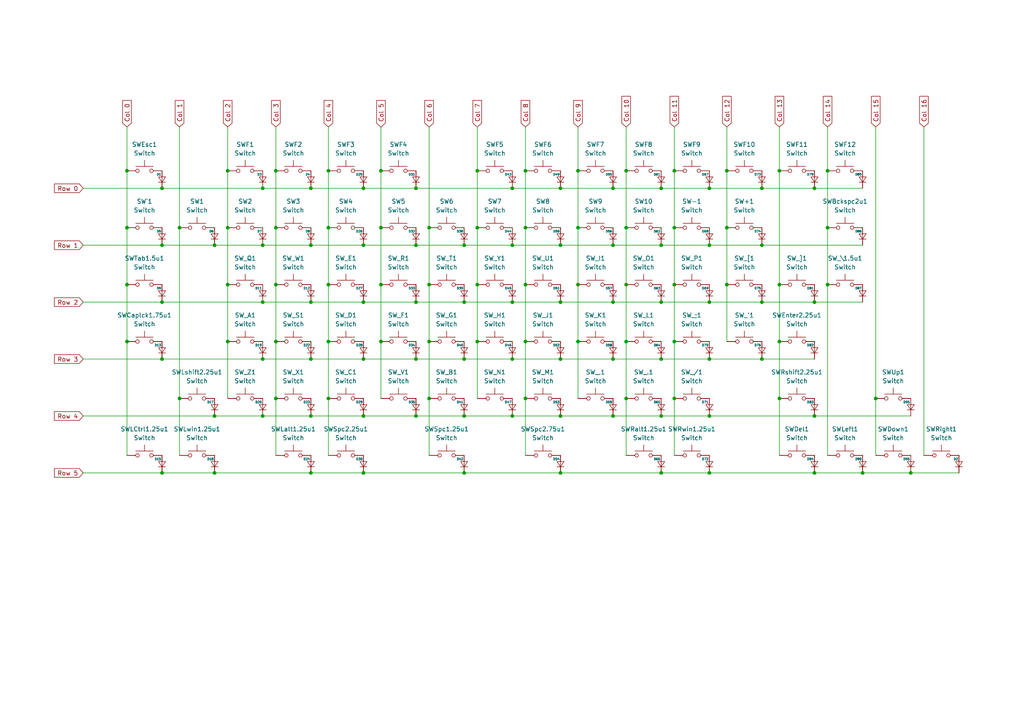
<source format=kicad_sch>
(kicad_sch (version 20250114) (generator "eeschema") (generator_version "9.0")
  (paper "A4")
  (junction (at 191.77 104.14))
  (junction (at 138.43 99.06))
  (junction (at 134.62 104.14))
  (junction (at 181.61 49.53))
  (junction (at 148.59 104.14))
  (junction (at 191.77 87.63))
  (junction (at 120.65 104.14))
  (junction (at 162.56 137.16))
  (junction (at 167.64 82.55))
  (junction (at 124.46 99.06))
  (junction (at 148.59 54.61))
  (junction (at 240.03 82.55))
  (junction (at 152.4 115.57))
  (junction (at 167.64 49.53))
  (junction (at 124.46 115.57))
  (junction (at 134.62 137.16))
  (junction (at 167.64 99.06))
  (junction (at 177.8 71.12))
  (junction (at 66.04 66.04))
  (junction (at 90.17 120.65))
  (junction (at 52.07 66.04))
  (junction (at 95.25 49.53))
  (junction (at 148.59 120.65))
  (junction (at 181.61 99.06))
  (junction (at 162.56 71.12))
  (junction (at 195.58 82.55))
  (junction (at 210.82 49.53))
  (junction (at 210.82 82.55))
  (junction (at 46.99 104.14))
  (junction (at 105.41 104.14))
  (junction (at 62.23 71.12))
  (junction (at 36.83 82.55))
  (junction (at 120.65 87.63))
  (junction (at 220.98 87.63))
  (junction (at 167.64 66.04))
  (junction (at 250.19 137.16))
  (junction (at 162.56 120.65))
  (junction (at 162.56 87.63))
  (junction (at 226.06 99.06))
  (junction (at 134.62 87.63))
  (junction (at 76.2 54.61))
  (junction (at 205.74 87.63))
  (junction (at 240.03 66.04))
  (junction (at 236.22 120.65))
  (junction (at 105.41 120.65))
  (junction (at 52.07 115.57))
  (junction (at 264.16 137.16))
  (junction (at 191.77 120.65))
  (junction (at 177.8 104.14))
  (junction (at 46.99 87.63))
  (junction (at 240.03 49.53))
  (junction (at 36.83 49.53))
  (junction (at 95.25 82.55))
  (junction (at 36.83 66.04))
  (junction (at 110.49 82.55))
  (junction (at 220.98 71.12))
  (junction (at 195.58 49.53))
  (junction (at 162.56 104.14))
  (junction (at 210.82 66.04))
  (junction (at 105.41 54.61))
  (junction (at 226.06 49.53))
  (junction (at 134.62 71.12))
  (junction (at 36.83 99.06))
  (junction (at 90.17 71.12))
  (junction (at 80.01 82.55))
  (junction (at 191.77 71.12))
  (junction (at 205.74 120.65))
  (junction (at 76.2 71.12))
  (junction (at 76.2 120.65))
  (junction (at 95.25 99.06))
  (junction (at 152.4 66.04))
  (junction (at 120.65 54.61))
  (junction (at 76.2 104.14))
  (junction (at 105.41 137.16))
  (junction (at 236.22 137.16))
  (junction (at 80.01 99.06))
  (junction (at 205.74 104.14))
  (junction (at 226.06 115.57))
  (junction (at 205.74 137.16))
  (junction (at 195.58 115.57))
  (junction (at 120.65 71.12))
  (junction (at 226.06 82.55))
  (junction (at 46.99 137.16))
  (junction (at 105.41 87.63))
  (junction (at 110.49 66.04))
  (junction (at 177.8 87.63))
  (junction (at 191.77 137.16))
  (junction (at 236.22 54.61))
  (junction (at 66.04 99.06))
  (junction (at 138.43 49.53))
  (junction (at 138.43 82.55))
  (junction (at 80.01 49.53))
  (junction (at 191.77 54.61))
  (junction (at 90.17 104.14))
  (junction (at 95.25 115.57))
  (junction (at 181.61 66.04))
  (junction (at 95.25 66.04))
  (junction (at 66.04 82.55))
  (junction (at 120.65 120.65))
  (junction (at 195.58 66.04))
  (junction (at 177.8 54.61))
  (junction (at 205.74 71.12))
  (junction (at 177.8 120.65))
  (junction (at 148.59 71.12))
  (junction (at 105.41 71.12))
  (junction (at 62.23 120.65))
  (junction (at 110.49 49.53))
  (junction (at 220.98 54.61))
  (junction (at 236.22 87.63))
  (junction (at 80.01 115.57))
  (junction (at 152.4 49.53))
  (junction (at 254 115.57))
  (junction (at 124.46 82.55))
  (junction (at 90.17 54.61))
  (junction (at 76.2 87.63))
  (junction (at 124.46 66.04))
  (junction (at 152.4 99.06))
  (junction (at 205.74 54.61))
  (junction (at 66.04 49.53))
  (junction (at 134.62 120.65))
  (junction (at 90.17 87.63))
  (junction (at 46.99 71.12))
  (junction (at 181.61 115.57))
  (junction (at 195.58 99.06))
  (junction (at 80.01 66.04))
  (junction (at 62.23 137.16))
  (junction (at 46.99 54.61))
  (junction (at 138.43 66.04))
  (junction (at 90.17 137.16))
  (junction (at 110.49 99.06))
  (junction (at 152.4 82.55))
  (junction (at 162.56 54.61))
  (junction (at 181.61 82.55))
  (junction (at 220.98 104.14))
  (junction (at 148.59 87.63))
  (wire (pts (xy 236.22 54.61) (xy 250.19 54.61)))
  (wire (pts (xy 90.17 71.12) (xy 105.41 71.12)))
  (wire (pts (xy 191.77 104.14) (xy 205.74 104.14)))
  (wire (pts (xy 134.62 104.14) (xy 148.59 104.14)))
  (wire (pts (xy 76.2 54.61) (xy 90.17 54.61)))
  (wire (pts (xy 177.8 54.61) (xy 191.77 54.61)))
  (wire (pts (xy 95.25 82.55) (xy 95.25 99.06)))
  (wire (pts (xy 162.56 54.61) (xy 177.8 54.61)))
  (wire (pts (xy 24.13 71.12) (xy 46.99 71.12)))
  (wire (pts (xy 148.59 104.14) (xy 162.56 104.14)))
  (wire (pts (xy 177.8 71.12) (xy 191.77 71.12)))
  (wire (pts (xy 110.49 82.55) (xy 110.49 99.06)))
  (wire (pts (xy 120.65 71.12) (xy 134.62 71.12)))
  (wire (pts (xy 236.22 87.63) (xy 250.19 87.63)))
  (wire (pts (xy 195.58 36.83) (xy 195.58 49.53)))
  (wire (pts (xy 220.98 87.63) (xy 236.22 87.63)))
  (wire (pts (xy 24.13 104.14) (xy 46.99 104.14)))
  (wire (pts (xy 80.01 36.83) (xy 80.01 49.53)))
  (wire (pts (xy 220.98 104.14) (xy 236.22 104.14)))
  (wire (pts (xy 226.06 82.55) (xy 226.06 99.06)))
  (wire (pts (xy 152.4 82.55) (xy 152.4 99.06)))
  (wire (pts (xy 181.61 99.06) (xy 181.61 115.57)))
  (wire (pts (xy 254 115.57) (xy 254 132.08)))
  (wire (pts (xy 167.64 36.83) (xy 167.64 49.53)))
  (wire (pts (xy 177.8 120.65) (xy 162.56 120.65)))
  (wire (pts (xy 105.41 54.61) (xy 120.65 54.61)))
  (wire (pts (xy 95.25 49.53) (xy 95.25 66.04)))
  (wire (pts (xy 95.25 115.57) (xy 95.25 132.08)))
  (wire (pts (xy 76.2 104.14) (xy 90.17 104.14)))
  (wire (pts (xy 62.23 120.65) (xy 24.13 120.65)))
  (wire (pts (xy 95.25 99.06) (xy 95.25 115.57)))
  (wire (pts (xy 80.01 99.06) (xy 80.01 115.57)))
  (wire (pts (xy 95.25 36.83) (xy 95.25 49.53)))
  (wire (pts (xy 195.58 82.55) (xy 195.58 99.06)))
  (wire (pts (xy 134.62 120.65) (xy 120.65 120.65)))
  (wire (pts (xy 278.13 137.16) (xy 264.16 137.16)))
  (wire (pts (xy 205.74 54.61) (xy 220.98 54.61)))
  (wire (pts (xy 105.41 120.65) (xy 90.17 120.65)))
  (wire (pts (xy 195.58 115.57) (xy 195.58 132.08)))
  (wire (pts (xy 66.04 99.06) (xy 66.04 115.57)))
  (wire (pts (xy 76.2 71.12) (xy 90.17 71.12)))
  (wire (pts (xy 134.62 71.12) (xy 148.59 71.12)))
  (wire (pts (xy 124.46 82.55) (xy 124.46 99.06)))
  (wire (pts (xy 210.82 82.55) (xy 210.82 99.06)))
  (wire (pts (xy 205.74 71.12) (xy 220.98 71.12)))
  (wire (pts (xy 152.4 99.06) (xy 152.4 115.57)))
  (wire (pts (xy 52.07 115.57) (xy 52.07 132.08)))
  (wire (pts (xy 167.64 99.06) (xy 167.64 115.57)))
  (wire (pts (xy 210.82 36.83) (xy 210.82 49.53)))
  (wire (pts (xy 105.41 137.16) (xy 90.17 137.16)))
  (wire (pts (xy 46.99 71.12) (xy 62.23 71.12)))
  (wire (pts (xy 205.74 104.14) (xy 220.98 104.14)))
  (wire (pts (xy 254 36.83) (xy 254 115.57)))
  (wire (pts (xy 191.77 87.63) (xy 205.74 87.63)))
  (wire (pts (xy 152.4 66.04) (xy 152.4 82.55)))
  (wire (pts (xy 52.07 66.04) (xy 52.07 115.57)))
  (wire (pts (xy 66.04 36.83) (xy 66.04 49.53)))
  (wire (pts (xy 138.43 99.06) (xy 138.43 115.57)))
  (wire (pts (xy 152.4 49.53) (xy 152.4 66.04)))
  (wire (pts (xy 80.01 49.53) (xy 80.01 66.04)))
  (wire (pts (xy 220.98 71.12) (xy 250.19 71.12)))
  (wire (pts (xy 110.49 66.04) (xy 110.49 82.55)))
  (wire (pts (xy 52.07 36.83) (xy 52.07 66.04)))
  (wire (pts (xy 240.03 49.53) (xy 240.03 66.04)))
  (wire (pts (xy 120.65 87.63) (xy 134.62 87.63)))
  (wire (pts (xy 226.06 115.57) (xy 226.06 132.08)))
  (wire (pts (xy 110.49 49.53) (xy 110.49 66.04)))
  (wire (pts (xy 191.77 120.65) (xy 177.8 120.65)))
  (wire (pts (xy 138.43 66.04) (xy 138.43 82.55)))
  (wire (pts (xy 124.46 36.83) (xy 124.46 66.04)))
  (wire (pts (xy 66.04 82.55) (xy 66.04 99.06)))
  (wire (pts (xy 210.82 49.53) (xy 210.82 66.04)))
  (wire (pts (xy 191.77 137.16) (xy 162.56 137.16)))
  (wire (pts (xy 36.83 36.83) (xy 36.83 49.53)))
  (wire (pts (xy 195.58 49.53) (xy 195.58 66.04)))
  (wire (pts (xy 162.56 87.63) (xy 177.8 87.63)))
  (wire (pts (xy 181.61 115.57) (xy 181.61 132.08)))
  (wire (pts (xy 148.59 54.61) (xy 162.56 54.61)))
  (wire (pts (xy 62.23 71.12) (xy 76.2 71.12)))
  (wire (pts (xy 205.74 87.63) (xy 220.98 87.63)))
  (wire (pts (xy 90.17 137.16) (xy 62.23 137.16)))
  (wire (pts (xy 46.99 137.16) (xy 24.13 137.16)))
  (wire (pts (xy 220.98 54.61) (xy 236.22 54.61)))
  (wire (pts (xy 226.06 49.53) (xy 226.06 82.55)))
  (wire (pts (xy 236.22 120.65) (xy 205.74 120.65)))
  (wire (pts (xy 191.77 71.12) (xy 205.74 71.12)))
  (wire (pts (xy 46.99 54.61) (xy 76.2 54.61)))
  (wire (pts (xy 124.46 99.06) (xy 124.46 115.57)))
  (wire (pts (xy 138.43 49.53) (xy 138.43 66.04)))
  (wire (pts (xy 46.99 87.63) (xy 76.2 87.63)))
  (wire (pts (xy 162.56 104.14) (xy 177.8 104.14)))
  (wire (pts (xy 167.64 66.04) (xy 167.64 82.55)))
  (wire (pts (xy 195.58 99.06) (xy 195.58 115.57)))
  (wire (pts (xy 124.46 66.04) (xy 124.46 82.55)))
  (wire (pts (xy 181.61 49.53) (xy 181.61 66.04)))
  (wire (pts (xy 138.43 82.55) (xy 138.43 99.06)))
  (wire (pts (xy 181.61 82.55) (xy 181.61 99.06)))
  (wire (pts (xy 152.4 115.57) (xy 152.4 132.08)))
  (wire (pts (xy 138.43 36.83) (xy 138.43 49.53)))
  (wire (pts (xy 240.03 66.04) (xy 240.03 82.55)))
  (wire (pts (xy 24.13 54.61) (xy 46.99 54.61)))
  (wire (pts (xy 124.46 115.57) (xy 124.46 132.08)))
  (wire (pts (xy 181.61 36.83) (xy 181.61 49.53)))
  (wire (pts (xy 177.8 104.14) (xy 191.77 104.14)))
  (wire (pts (xy 162.56 137.16) (xy 134.62 137.16)))
  (wire (pts (xy 264.16 120.65) (xy 236.22 120.65)))
  (wire (pts (xy 80.01 82.55) (xy 80.01 99.06)))
  (wire (pts (xy 267.97 36.83) (xy 267.97 132.08)))
  (wire (pts (xy 110.49 99.06) (xy 110.49 115.57)))
  (wire (pts (xy 148.59 87.63) (xy 162.56 87.63)))
  (wire (pts (xy 105.41 104.14) (xy 120.65 104.14)))
  (wire (pts (xy 205.74 120.65) (xy 191.77 120.65)))
  (wire (pts (xy 134.62 87.63) (xy 148.59 87.63)))
  (wire (pts (xy 250.19 137.16) (xy 236.22 137.16)))
  (wire (pts (xy 66.04 66.04) (xy 66.04 82.55)))
  (wire (pts (xy 240.03 82.55) (xy 240.03 132.08)))
  (wire (pts (xy 24.13 87.63) (xy 46.99 87.63)))
  (wire (pts (xy 191.77 54.61) (xy 205.74 54.61)))
  (wire (pts (xy 240.03 36.83) (xy 240.03 49.53)))
  (wire (pts (xy 264.16 137.16) (xy 250.19 137.16)))
  (wire (pts (xy 36.83 82.55) (xy 36.83 99.06)))
  (wire (pts (xy 80.01 115.57) (xy 80.01 132.08)))
  (wire (pts (xy 46.99 104.14) (xy 76.2 104.14)))
  (wire (pts (xy 90.17 54.61) (xy 105.41 54.61)))
  (wire (pts (xy 76.2 87.63) (xy 90.17 87.63)))
  (wire (pts (xy 134.62 137.16) (xy 105.41 137.16)))
  (wire (pts (xy 36.83 99.06) (xy 36.83 132.08)))
  (wire (pts (xy 167.64 82.55) (xy 167.64 99.06)))
  (wire (pts (xy 66.04 49.53) (xy 66.04 66.04)))
  (wire (pts (xy 105.41 71.12) (xy 120.65 71.12)))
  (wire (pts (xy 90.17 104.14) (xy 105.41 104.14)))
  (wire (pts (xy 110.49 36.83) (xy 110.49 49.53)))
  (wire (pts (xy 226.06 99.06) (xy 226.06 115.57)))
  (wire (pts (xy 210.82 66.04) (xy 210.82 82.55)))
  (wire (pts (xy 36.83 49.53) (xy 36.83 66.04)))
  (wire (pts (xy 105.41 87.63) (xy 120.65 87.63)))
  (wire (pts (xy 80.01 66.04) (xy 80.01 82.55)))
  (wire (pts (xy 36.83 66.04) (xy 36.83 82.55)))
  (wire (pts (xy 90.17 120.65) (xy 76.2 120.65)))
  (wire (pts (xy 76.2 120.65) (xy 62.23 120.65)))
  (wire (pts (xy 148.59 120.65) (xy 134.62 120.65)))
  (wire (pts (xy 120.65 104.14) (xy 134.62 104.14)))
  (wire (pts (xy 95.25 66.04) (xy 95.25 82.55)))
  (wire (pts (xy 152.4 36.83) (xy 152.4 49.53)))
  (wire (pts (xy 62.23 137.16) (xy 46.99 137.16)))
  (wire (pts (xy 162.56 120.65) (xy 148.59 120.65)))
  (wire (pts (xy 181.61 66.04) (xy 181.61 82.55)))
  (wire (pts (xy 162.56 71.12) (xy 177.8 71.12)))
  (wire (pts (xy 120.65 54.61) (xy 148.59 54.61)))
  (wire (pts (xy 236.22 137.16) (xy 205.74 137.16)))
  (wire (pts (xy 167.64 49.53) (xy 167.64 66.04)))
  (wire (pts (xy 177.8 87.63) (xy 191.77 87.63)))
  (wire (pts (xy 120.65 120.65) (xy 105.41 120.65)))
  (wire (pts (xy 90.17 87.63) (xy 105.41 87.63)))
  (wire (pts (xy 148.59 71.12) (xy 162.56 71.12)))
  (wire (pts (xy 195.58 66.04) (xy 195.58 82.55)))
  (wire (pts (xy 226.06 36.83) (xy 226.06 49.53)))
  (wire (pts (xy 205.74 137.16) (xy 191.77 137.16)))
  (global_label "Col 1" (shape input) (at 52.07 36.83 90) (property "Intersheetrefs" "${INTERSHEET_REFS}" (effects (hide yes))))
  (global_label "Col 11" (shape input) (at 195.58 36.83 90) (property "Intersheetrefs" "${INTERSHEET_REFS}" (effects (hide yes))))
  (global_label "Col 12" (shape input) (at 210.82 36.83 90) (property "Intersheetrefs" "${INTERSHEET_REFS}" (effects (hide yes))))
  (global_label "Col 3" (shape input) (at 80.01 36.83 90) (property "Intersheetrefs" "${INTERSHEET_REFS}" (effects (hide yes))))
  (global_label "Row 2" (shape input) (at 24.13 87.63 180) (property "Intersheetrefs" "${INTERSHEET_REFS}" (effects (hide yes))))
  (global_label "Row 4" (shape input) (at 24.13 120.65 180) (property "Intersheetrefs" "${INTERSHEET_REFS}" (effects (hide yes))))
  (global_label "Row 0" (shape input) (at 24.13 54.61 180) (property "Intersheetrefs" "${INTERSHEET_REFS}" (effects (hide yes))))
  (global_label "Col 15" (shape input) (at 254 36.83 90) (property "Intersheetrefs" "${INTERSHEET_REFS}" (effects (hide yes))))
  (global_label "Col 14" (shape input) (at 240.03 36.83 90) (property "Intersheetrefs" "${INTERSHEET_REFS}" (effects (hide yes))))
  (global_label "Col 16" (shape input) (at 267.97 36.83 90) (property "Intersheetrefs" "${INTERSHEET_REFS}" (effects (hide yes))))
  (global_label "Col 5" (shape input) (at 110.49 36.83 90) (property "Intersheetrefs" "${INTERSHEET_REFS}" (effects (hide yes))))
  (global_label "Col 9" (shape input) (at 167.64 36.83 90) (property "Intersheetrefs" "${INTERSHEET_REFS}" (effects (hide yes))))
  (global_label "Row 5" (shape input) (at 24.13 137.16 180) (property "Intersheetrefs" "${INTERSHEET_REFS}" (effects (hide yes))))
  (global_label "Col 13" (shape input) (at 226.06 36.83 90) (property "Intersheetrefs" "${INTERSHEET_REFS}" (effects (hide yes))))
  (global_label "Col 4" (shape input) (at 95.25 36.83 90) (property "Intersheetrefs" "${INTERSHEET_REFS}" (effects (hide yes))))
  (global_label "Col 7" (shape input) (at 138.43 36.83 90) (property "Intersheetrefs" "${INTERSHEET_REFS}" (effects (hide yes))))
  (global_label "Col 0" (shape input) (at 36.83 36.83 90) (property "Intersheetrefs" "${INTERSHEET_REFS}" (effects (hide yes))))
  (global_label "Col 8" (shape input) (at 152.4 36.83 90) (property "Intersheetrefs" "${INTERSHEET_REFS}" (effects (hide yes))))
  (global_label "Col 6" (shape input) (at 124.46 36.83 90) (property "Intersheetrefs" "${INTERSHEET_REFS}" (effects (hide yes))))
  (global_label "Col 2" (shape input) (at 66.04 36.83 90) (property "Intersheetrefs" "${INTERSHEET_REFS}" (effects (hide yes))))
  (global_label "Row 3" (shape input) (at 24.13 104.14 180) (property "Intersheetrefs" "${INTERSHEET_REFS}" (effects (hide yes))))
  (global_label "Col 10" (shape input) (at 181.61 36.83 90) (property "Intersheetrefs" "${INTERSHEET_REFS}" (effects (hide yes))))
  (global_label "Row 1" (shape input) (at 24.13 71.12 180) (property "Intersheetrefs" "${INTERSHEET_REFS}" (effects (hide yes))))
  (symbol (lib_id "ScottoKeebs:Placeholder_Diode") (at 90.17 85.09 0) (unit 1)
    (property "Reference" "D12" (at 90.02 84.024 0) (effects (font (size 0.635 0.635) (thickness 0.127) (bold yes)) (justify right bottom)))
    (property "Footprint" "Diode_THT:D_DO-35_SOD27_P7.62mm_Horizontal" (effects (hide yes)))
  )
  (symbol (lib_id "ScottoKeebs:Placeholder_Switch") (at 71.12 99.06 0) (unit 1)
    (property "Reference" "SW_A1" (at 71.12 91.44 0))
    (property "Value" "Switch" (at 71.12 93.98 0))
    (property "Footprint" "marbastlib-mx:SW_MX_1u" (effects (hide yes)))
    (property "Description" "Push button switch, generic, two pins" (effects (hide yes)))
  )
  (symbol (lib_id "ScottoKeebs:Placeholder_Diode") (at 177.8 101.6 0) (unit 1)
    (property "Reference" "D58" (at 177.65 100.534 0) (effects (font (size 0.635 0.635) (thickness 0.127) (bold yes)) (justify right bottom)))
    (property "Footprint" "Diode_THT:D_DO-35_SOD27_P7.62mm_Horizontal" (effects (hide yes)))
  )
  (symbol (lib_id "ScottoKeebs:Placeholder_Diode") (at 205.74 101.6 0) (unit 1)
    (property "Reference" "D70" (at 205.59 100.534 0) (effects (font (size 0.635 0.635) (thickness 0.127) (bold yes)) (justify right bottom)))
    (property "Footprint" "Diode_THT:D_DO-35_SOD27_P7.62mm_Horizontal" (effects (hide yes)))
  )
  (symbol (lib_id "ScottoKeebs:Placeholder_Switch") (at 115.57 82.55 0) (unit 1)
    (property "Reference" "SW_R1" (at 115.57 74.93 0))
    (property "Value" "Switch" (at 115.57 77.47 0))
    (property "Footprint" "marbastlib-mx:SW_MX_1u" (effects (hide yes)))
    (property "Description" "Push button switch, generic, two pins" (effects (hide yes)))
  )
  (symbol (lib_id "ScottoKeebs:Placeholder_Diode") (at 76.2 85.09 0) (unit 1)
    (property "Reference" "D11" (at 76.05 84.024 0) (effects (font (size 0.635 0.635) (thickness 0.127) (bold yes)) (justify right bottom)))
    (property "Footprint" "Diode_THT:D_DO-35_SOD27_P7.62mm_Horizontal" (effects (hide yes)))
  )
  (symbol (lib_id "ScottoKeebs:Placeholder_Diode") (at 90.17 52.07 0) (unit 1)
    (property "Reference" "D4" (at 90.02 51.004 0) (effects (font (size 0.635 0.635) (thickness 0.127) (bold yes)) (justify right bottom)))
    (property "Footprint" "Diode_THT:D_DO-35_SOD27_P7.62mm_Horizontal" (effects (hide yes)))
  )
  (symbol (lib_id "ScottoKeebs:Placeholder_Switch") (at 231.14 49.53 0) (unit 1)
    (property "Reference" "SWF11" (at 231.14 41.91 0))
    (property "Value" "Switch" (at 231.14 44.45 0))
    (property "Footprint" "marbastlib-mx:SW_MX_1u" (effects (hide yes)))
    (property "Description" "Push button switch, generic, two pins" (effects (hide yes)))
  )
  (symbol (lib_id "ScottoKeebs:Placeholder_Switch") (at 41.91 99.06 0) (unit 1)
    (property "Reference" "SWCaplck1.75u1" (at 41.91 91.44 0))
    (property "Value" "Switch" (at 41.91 93.98 0))
    (property "Footprint" "marbastlib-mx:SW_MX_1.75u" (effects (hide yes)))
    (property "Description" "Push button switch, generic, two pins" (effects (hide yes)))
  )
  (symbol (lib_id "ScottoKeebs:Placeholder_Switch") (at 259.08 115.57 0) (unit 1)
    (property "Reference" "SWUp1" (at 259.08 107.95 0))
    (property "Value" "Switch" (at 259.08 110.49 0))
    (property "Footprint" "marbastlib-mx:SW_MX_1u" (effects (hide yes)))
    (property "Description" "Push button switch, generic, two pins" (effects (hide yes)))
  )
  (symbol (lib_id "ScottoKeebs:Placeholder_Diode") (at 76.2 101.6 0) (unit 1)
    (property "Reference" "D19" (at 76.05 100.534 0) (effects (font (size 0.635 0.635) (thickness 0.127) (bold yes)) (justify right bottom)))
    (property "Footprint" "Diode_THT:D_DO-35_SOD27_P7.62mm_Horizontal" (effects (hide yes)))
  )
  (symbol (lib_id "ScottoKeebs:Placeholder_Diode") (at 162.56 52.07 0) (unit 1)
    (property "Reference" "D49" (at 162.41 51.004 0) (effects (font (size 0.635 0.635) (thickness 0.127) (bold yes)) (justify right bottom)))
    (property "Footprint" "Diode_THT:D_DO-35_SOD27_P7.62mm_Horizontal" (effects (hide yes)))
  )
  (symbol (lib_id "ScottoKeebs:Placeholder_Switch") (at 85.09 49.53 0) (unit 1)
    (property "Reference" "SWF2" (at 85.09 41.91 0))
    (property "Value" "Switch" (at 85.09 44.45 0))
    (property "Footprint" "marbastlib-mx:SW_MX_1u" (effects (hide yes)))
    (property "Description" "Push button switch, generic, two pins" (effects (hide yes)))
  )
  (symbol (lib_id "ScottoKeebs:Placeholder_Diode") (at 46.99 68.58 0) (unit 1)
    (property "Reference" "D5" (at 46.84 67.514 0) (effects (font (size 0.635 0.635) (thickness 0.127) (bold yes)) (justify right bottom)))
    (property "Footprint" "Diode_THT:D_DO-35_SOD27_P7.62mm_Horizontal" (effects (hide yes)))
  )
  (symbol (lib_id "ScottoKeebs:Placeholder_Switch") (at 231.14 99.06 0) (unit 1)
    (property "Reference" "SWEnter2.25u1" (at 231.14 91.44 0))
    (property "Value" "Switch" (at 231.14 93.98 0))
    (property "Footprint" "marbastlib-mx:SW_MX_1u" (effects (hide yes)))
    (property "Description" "Push button switch, generic, two pins" (effects (hide yes)))
  )
  (symbol (lib_id "ScottoKeebs:Placeholder_Diode") (at 236.22 134.62 0) (unit 1)
    (property "Reference" "D84" (at 236.07 133.554 0) (effects (font (size 0.635 0.635) (thickness 0.127) (bold yes)) (justify right bottom)))
    (property "Footprint" "Diode_THT:D_DO-35_SOD27_P7.62mm_Horizontal" (effects (hide yes)))
  )
  (symbol (lib_id "ScottoKeebs:Placeholder_Switch") (at 143.51 99.06 0) (unit 1)
    (property "Reference" "SW_H1" (at 143.51 91.44 0))
    (property "Value" "Switch" (at 143.51 93.98 0))
    (property "Footprint" "marbastlib-mx:SW_MX_1u" (effects (hide yes)))
    (property "Description" "Push button switch, generic, two pins" (effects (hide yes)))
  )
  (symbol (lib_id "ScottoKeebs:Placeholder_Switch") (at 129.54 99.06 0) (unit 1)
    (property "Reference" "SW_G1" (at 129.54 91.44 0))
    (property "Value" "Switch" (at 129.54 93.98 0))
    (property "Footprint" "marbastlib-mx:SW_MX_1u" (effects (hide yes)))
    (property "Description" "Push button switch, generic, two pins" (effects (hide yes)))
  )
  (symbol (lib_id "ScottoKeebs:Placeholder_Switch") (at 57.15 132.08 0) (unit 1)
    (property "Reference" "SWLwin1.25u1" (at 57.15 124.46 0))
    (property "Value" "Switch" (at 57.15 127 0))
    (property "Footprint" "marbastlib-mx:SW_MX_1.25u" (effects (hide yes)))
    (property "Description" "Push button switch, generic, two pins" (effects (hide yes)))
  )
  (symbol (lib_id "ScottoKeebs:Placeholder_Switch") (at 200.66 115.57 0) (unit 1)
    (property "Reference" "SW_/1" (at 200.66 107.95 0))
    (property "Value" "Switch" (at 200.66 110.49 0))
    (property "Footprint" "marbastlib-mx:SW_MX_1u" (effects (hide yes)))
    (property "Description" "Push button switch, generic, two pins" (effects (hide yes)))
  )
  (symbol (lib_id "ScottoKeebs:Placeholder_Diode") (at 148.59 101.6 0) (unit 1)
    (property "Reference" "D46" (at 148.44 100.534 0) (effects (font (size 0.635 0.635) (thickness 0.127) (bold yes)) (justify right bottom)))
    (property "Footprint" "Diode_THT:D_DO-35_SOD27_P7.62mm_Horizontal" (effects (hide yes)))
  )
  (symbol (lib_id "ScottoKeebs:Placeholder_Diode") (at 148.59 118.11 0) (unit 1)
    (property "Reference" "D47" (at 148.44 117.044 0) (effects (font (size 0.635 0.635) (thickness 0.127) (bold yes)) (justify right bottom)))
    (property "Footprint" "Diode_THT:D_DO-35_SOD27_P7.62mm_Horizontal" (effects (hide yes)))
  )
  (symbol (lib_id "ScottoKeebs:Placeholder_Switch") (at 200.66 49.53 0) (unit 1)
    (property "Reference" "SWF9" (at 200.66 41.91 0))
    (property "Value" "Switch" (at 200.66 44.45 0))
    (property "Footprint" "marbastlib-mx:SW_MX_1u" (effects (hide yes)))
    (property "Description" "Push button switch, generic, two pins" (effects (hide yes)))
  )
  (symbol (lib_id "ScottoKeebs:Placeholder_Switch") (at 100.33 49.53 0) (unit 1)
    (property "Reference" "SWF3" (at 100.33 41.91 0))
    (property "Value" "Switch" (at 100.33 44.45 0))
    (property "Footprint" "marbastlib-mx:SW_MX_1u" (effects (hide yes)))
    (property "Description" "Push button switch, generic, two pins" (effects (hide yes)))
  )
  (symbol (lib_id "ScottoKeebs:Placeholder_Diode") (at 62.23 118.11 0) (unit 1)
    (property "Reference" "D17" (at 62.08 117.044 0) (effects (font (size 0.635 0.635) (thickness 0.127) (bold yes)) (justify right bottom)))
    (property "Footprint" "Diode_THT:D_DO-35_SOD27_P7.62mm_Horizontal" (effects (hide yes)))
  )
  (symbol (lib_id "ScottoKeebs:Placeholder_Diode") (at 250.19 68.58 0) (unit 1)
    (property "Reference" "D86" (at 250.04 67.514 0) (effects (font (size 0.635 0.635) (thickness 0.127) (bold yes)) (justify right bottom)))
    (property "Footprint" "Diode_THT:D_DO-35_SOD27_P7.62mm_Horizontal" (effects (hide yes)))
  )
  (symbol (lib_id "ScottoKeebs:Placeholder_Diode") (at 236.22 101.6 0) (unit 1)
    (property "Reference" "D82" (at 236.07 100.534 0) (effects (font (size 0.635 0.635) (thickness 0.127) (bold yes)) (justify right bottom)))
    (property "Footprint" "Diode_THT:D_DO-35_SOD27_P7.62mm_Horizontal" (effects (hide yes)))
  )
  (symbol (lib_id "ScottoKeebs:Placeholder_Switch") (at 172.72 82.55 0) (unit 1)
    (property "Reference" "SW_I1" (at 172.72 74.93 0))
    (property "Value" "Switch" (at 172.72 77.47 0))
    (property "Footprint" "marbastlib-mx:SW_MX_1u" (effects (hide yes)))
    (property "Description" "Push button switch, generic, two pins" (effects (hide yes)))
  )
  (symbol (lib_id "ScottoKeebs:Placeholder_Switch") (at 186.69 66.04 0) (unit 1)
    (property "Reference" "SW10" (at 186.69 58.42 0))
    (property "Value" "Switch" (at 186.69 60.96 0))
    (property "Footprint" "marbastlib-mx:SW_MX_1u" (effects (hide yes)))
    (property "Description" "Push button switch, generic, two pins" (effects (hide yes)))
  )
  (symbol (lib_id "ScottoKeebs:Placeholder_Diode") (at 148.59 85.09 0) (unit 1)
    (property "Reference" "D45" (at 148.44 84.024 0) (effects (font (size 0.635 0.635) (thickness 0.127) (bold yes)) (justify right bottom)))
    (property "Footprint" "Diode_THT:D_DO-35_SOD27_P7.62mm_Horizontal" (effects (hide yes)))
  )
  (symbol (lib_id "ScottoKeebs:Placeholder_Switch") (at 41.91 49.53 0) (unit 1)
    (property "Reference" "SWEsc1" (at 41.91 41.91 0))
    (property "Value" "Switch" (at 41.91 44.45 0))
    (property "Footprint" "marbastlib-mx:SW_MX_1u" (effects (hide yes)))
    (property "Description" "Push button switch, generic, two pins" (effects (hide yes)))
  )
  (symbol (lib_id "ScottoKeebs:Placeholder_Diode") (at 205.74 68.58 0) (unit 1)
    (property "Reference" "D68" (at 205.59 67.514 0) (effects (font (size 0.635 0.635) (thickness 0.127) (bold yes)) (justify right bottom)))
    (property "Footprint" "Diode_THT:D_DO-35_SOD27_P7.62mm_Horizontal" (effects (hide yes)))
  )
  (symbol (lib_id "ScottoKeebs:Placeholder_Diode") (at 120.65 52.07 0) (unit 1)
    (property "Reference" "D31" (at 120.5 51.004 0) (effects (font (size 0.635 0.635) (thickness 0.127) (bold yes)) (justify right bottom)))
    (property "Footprint" "Diode_THT:D_DO-35_SOD27_P7.62mm_Horizontal" (effects (hide yes)))
  )
  (symbol (lib_id "ScottoKeebs:Placeholder_Diode") (at 134.62 134.62 0) (unit 1)
    (property "Reference" "D42" (at 134.47 133.554 0) (effects (font (size 0.635 0.635) (thickness 0.127) (bold yes)) (justify right bottom)))
    (property "Footprint" "Diode_THT:D_DO-35_SOD27_P7.62mm_Horizontal" (effects (hide yes)))
  )
  (symbol (lib_id "ScottoKeebs:Placeholder_Switch") (at 186.69 132.08 0) (unit 1)
    (property "Reference" "SWRalt1.25u1" (at 186.69 124.46 0))
    (property "Value" "Switch" (at 186.69 127 0))
    (property "Footprint" "marbastlib-mx:SW_MX_1.25u" (effects (hide yes)))
    (property "Description" "Push button switch, generic, two pins" (effects (hide yes)))
  )
  (symbol (lib_id "ScottoKeebs:Placeholder_Diode") (at 162.56 118.11 0) (unit 1)
    (property "Reference" "D53" (at 162.41 117.044 0) (effects (font (size 0.635 0.635) (thickness 0.127) (bold yes)) (justify right bottom)))
    (property "Footprint" "Diode_THT:D_DO-35_SOD27_P7.62mm_Horizontal" (effects (hide yes)))
  )
  (symbol (lib_id "ScottoKeebs:Placeholder_Diode") (at 191.77 118.11 0) (unit 1)
    (property "Reference" "D65" (at 191.62 117.044 0) (effects (font (size 0.635 0.635) (thickness 0.127) (bold yes)) (justify right bottom)))
    (property "Footprint" "Diode_THT:D_DO-35_SOD27_P7.62mm_Horizontal" (effects (hide yes)))
  )
  (symbol (lib_id "ScottoKeebs:Placeholder_Diode") (at 90.17 101.6 0) (unit 1)
    (property "Reference" "D22" (at 90.02 100.534 0) (effects (font (size 0.635 0.635) (thickness 0.127) (bold yes)) (justify right bottom)))
    (property "Footprint" "Diode_THT:D_DO-35_SOD27_P7.62mm_Horizontal" (effects (hide yes)))
  )
  (symbol (lib_id "ScottoKeebs:Placeholder_Diode") (at 264.16 118.11 0) (unit 1)
    (property "Reference" "D95" (at 264.01 117.044 0) (effects (font (size 0.635 0.635) (thickness 0.127) (bold yes)) (justify right bottom)))
    (property "Footprint" "Diode_THT:D_DO-35_SOD27_P7.62mm_Horizontal" (effects (hide yes)))
  )
  (symbol (lib_id "ScottoKeebs:Placeholder_Switch") (at 115.57 99.06 0) (unit 1)
    (property "Reference" "SW_F1" (at 115.57 91.44 0))
    (property "Value" "Switch" (at 115.57 93.98 0))
    (property "Footprint" "marbastlib-mx:SW_MX_1u" (effects (hide yes)))
    (property "Description" "Push button switch, generic, two pins" (effects (hide yes)))
  )
  (symbol (lib_id "ScottoKeebs:Placeholder_Diode") (at 220.98 101.6 0) (unit 1)
    (property "Reference" "D76" (at 220.83 100.534 0) (effects (font (size 0.635 0.635) (thickness 0.127) (bold yes)) (justify right bottom)))
    (property "Footprint" "Diode_THT:D_DO-35_SOD27_P7.62mm_Horizontal" (effects (hide yes)))
  )
  (symbol (lib_id "ScottoKeebs:Placeholder_Diode") (at 46.99 52.07 0) (unit 1)
    (property "Reference" "D1" (at 46.84 51.004 0) (effects (font (size 0.635 0.635) (thickness 0.127) (bold yes)) (justify right bottom)))
    (property "Footprint" "Diode_THT:D_DO-35_SOD27_P7.62mm_Horizontal" (effects (hide yes)))
  )
  (symbol (lib_id "ScottoKeebs:Placeholder_Switch") (at 143.51 66.04 0) (unit 1)
    (property "Reference" "SW7" (at 143.51 58.42 0))
    (property "Value" "Switch" (at 143.51 60.96 0))
    (property "Footprint" "marbastlib-mx:SW_MX_1u" (effects (hide yes)))
    (property "Description" "Push button switch, generic, two pins" (effects (hide yes)))
  )
  (symbol (lib_id "ScottoKeebs:Placeholder_Switch") (at 157.48 99.06 0) (unit 1)
    (property "Reference" "SW_J1" (at 157.48 91.44 0))
    (property "Value" "Switch" (at 157.48 93.98 0))
    (property "Footprint" "marbastlib-mx:SW_MX_1u" (effects (hide yes)))
    (property "Description" "Push button switch, generic, two pins" (effects (hide yes)))
  )
  (symbol (lib_id "ScottoKeebs:Placeholder_Diode") (at 177.8 85.09 0) (unit 1)
    (property "Reference" "D57" (at 177.65 84.024 0) (effects (font (size 0.635 0.635) (thickness 0.127) (bold yes)) (justify right bottom)))
    (property "Footprint" "Diode_THT:D_DO-35_SOD27_P7.62mm_Horizontal" (effects (hide yes)))
  )
  (symbol (lib_id "ScottoKeebs:Placeholder_Switch") (at 157.48 49.53 0) (unit 1)
    (property "Reference" "SWF6" (at 157.48 41.91 0))
    (property "Value" "Switch" (at 157.48 44.45 0))
    (property "Footprint" "marbastlib-mx:SW_MX_1u" (effects (hide yes)))
    (property "Description" "Push button switch, generic, two pins" (effects (hide yes)))
  )
  (symbol (lib_id "ScottoKeebs:Placeholder_Diode") (at 162.56 101.6 0) (unit 1)
    (property "Reference" "D52" (at 162.41 100.534 0) (effects (font (size 0.635 0.635) (thickness 0.127) (bold yes)) (justify right bottom)))
    (property "Footprint" "Diode_THT:D_DO-35_SOD27_P7.62mm_Horizontal" (effects (hide yes)))
  )
  (symbol (lib_id "ScottoKeebs:Placeholder_Diode") (at 205.74 134.62 0) (unit 1)
    (property "Reference" "D72" (at 205.59 133.554 0) (effects (font (size 0.635 0.635) (thickness 0.127) (bold yes)) (justify right bottom)))
    (property "Footprint" "Diode_THT:D_DO-35_SOD27_P7.62mm_Horizontal" (effects (hide yes)))
  )
  (symbol (lib_id "ScottoKeebs:Placeholder_Switch") (at 85.09 115.57 0) (unit 1)
    (property "Reference" "SW_X1" (at 85.09 107.95 0))
    (property "Value" "Switch" (at 85.09 110.49 0))
    (property "Footprint" "marbastlib-mx:SW_MX_1u" (effects (hide yes)))
    (property "Description" "Push button switch, generic, two pins" (effects (hide yes)))
  )
  (symbol (lib_id "ScottoKeebs:Placeholder_Diode") (at 120.65 85.09 0) (unit 1)
    (property "Reference" "D33" (at 120.5 84.024 0) (effects (font (size 0.635 0.635) (thickness 0.127) (bold yes)) (justify right bottom)))
    (property "Footprint" "Diode_THT:D_DO-35_SOD27_P7.62mm_Horizontal" (effects (hide yes)))
  )
  (symbol (lib_id "ScottoKeebs:Placeholder_Switch") (at 231.14 115.57 0) (unit 1)
    (property "Reference" "SWRshift2.25u1" (at 231.14 107.95 0))
    (property "Value" "Switch" (at 231.14 110.49 0))
    (property "Footprint" "marbastlib-mx:SW_MX_1u" (effects (hide yes)))
    (property "Description" "Push button switch, generic, two pins" (effects (hide yes)))
  )
  (symbol (lib_id "ScottoKeebs:Placeholder_Switch") (at 200.66 66.04 0) (unit 1)
    (property "Reference" "SW-1" (at 200.66 58.42 0))
    (property "Value" "Switch" (at 200.66 60.96 0))
    (property "Footprint" "marbastlib-mx:SW_MX_1u" (effects (hide yes)))
    (property "Description" "Push button switch, generic, two pins" (effects (hide yes)))
  )
  (symbol (lib_id "ScottoKeebs:Placeholder_Switch") (at 157.48 132.08 0) (unit 1)
    (property "Reference" "SWSpc2.75u1" (at 157.48 124.46 0))
    (property "Value" "Switch" (at 157.48 127 0))
    (property "Footprint" "marbastlib-mx:SW_MX_1u" (effects (hide yes)))
    (property "Description" "Push button switch, generic, two pins" (effects (hide yes)))
  )
  (symbol (lib_id "ScottoKeebs:Placeholder_Diode") (at 90.17 68.58 0) (unit 1)
    (property "Reference" "D8" (at 90.02 67.514 0) (effects (font (size 0.635 0.635) (thickness 0.127) (bold yes)) (justify right bottom)))
    (property "Footprint" "Diode_THT:D_DO-35_SOD27_P7.62mm_Horizontal" (effects (hide yes)))
  )
  (symbol (lib_id "ScottoKeebs:Placeholder_Diode") (at 236.22 118.11 0) (unit 1)
    (property "Reference" "D83" (at 236.07 117.044 0) (effects (font (size 0.635 0.635) (thickness 0.127) (bold yes)) (justify right bottom)))
    (property "Footprint" "Diode_THT:D_DO-35_SOD27_P7.62mm_Horizontal" (effects (hide yes)))
  )
  (symbol (lib_id "ScottoKeebs:Placeholder_Switch") (at 245.11 49.53 0) (unit 1)
    (property "Reference" "SWF12" (at 245.11 41.91 0))
    (property "Value" "Switch" (at 245.11 44.45 0))
    (property "Footprint" "marbastlib-mx:SW_MX_1u" (effects (hide yes)))
    (property "Description" "Push button switch, generic, two pins" (effects (hide yes)))
  )
  (symbol (lib_id "ScottoKeebs:Placeholder_Switch") (at 129.54 82.55 0) (unit 1)
    (property "Reference" "SW_T1" (at 129.54 74.93 0))
    (property "Value" "Switch" (at 129.54 77.47 0))
    (property "Footprint" "marbastlib-mx:SW_MX_1u" (effects (hide yes)))
    (property "Description" "Push button switch, generic, two pins" (effects (hide yes)))
  )
  (symbol (lib_id "ScottoKeebs:Placeholder_Switch") (at 100.33 66.04 0) (unit 1)
    (property "Reference" "SW4" (at 100.33 58.42 0))
    (property "Value" "Switch" (at 100.33 60.96 0))
    (property "Footprint" "marbastlib-mx:SW_MX_1u" (effects (hide yes)))
    (property "Description" "Push button switch, generic, two pins" (effects (hide yes)))
  )
  (symbol (lib_id "ScottoKeebs:Placeholder_Diode") (at 220.98 52.07 0) (unit 1)
    (property "Reference" "D73" (at 220.83 51.004 0) (effects (font (size 0.635 0.635) (thickness 0.127) (bold yes)) (justify right bottom)))
    (property "Footprint" "Diode_THT:D_DO-35_SOD27_P7.62mm_Horizontal" (effects (hide yes)))
  )
  (symbol (lib_id "ScottoKeebs:Placeholder_Switch") (at 85.09 82.55 0) (unit 1)
    (property "Reference" "SW_W1" (at 85.09 74.93 0))
    (property "Value" "Switch" (at 85.09 77.47 0))
    (property "Footprint" "marbastlib-mx:SW_MX_1u" (effects (hide yes)))
    (property "Description" "Push button switch, generic, two pins" (effects (hide yes)))
  )
  (symbol (lib_id "ScottoKeebs:Placeholder_Switch") (at 71.12 82.55 0) (unit 1)
    (property "Reference" "SW_Q1" (at 71.12 74.93 0))
    (property "Value" "Switch" (at 71.12 77.47 0))
    (property "Footprint" "marbastlib-mx:SW_MX_1u" (effects (hide yes)))
    (property "Description" "Push button switch, generic, two pins" (effects (hide yes)))
  )
  (symbol (lib_id "ScottoKeebs:Placeholder_Switch") (at 172.72 99.06 0) (unit 1)
    (property "Reference" "SW_K1" (at 172.72 91.44 0))
    (property "Value" "Switch" (at 172.72 93.98 0))
    (property "Footprint" "marbastlib-mx:SW_MX_1u" (effects (hide yes)))
    (property "Description" "Push button switch, generic, two pins" (effects (hide yes)))
  )
  (symbol (lib_id "ScottoKeebs:Placeholder_Switch") (at 85.09 132.08 0) (unit 1)
    (property "Reference" "SWLalt1.25u1" (at 85.09 124.46 0))
    (property "Value" "Switch" (at 85.09 127 0))
    (property "Footprint" "marbastlib-mx:SW_MX_1.25u" (effects (hide yes)))
    (property "Description" "Push button switch, generic, two pins" (effects (hide yes)))
  )
  (symbol (lib_id "ScottoKeebs:Placeholder_Switch") (at 245.11 66.04 0) (unit 1)
    (property "Reference" "SWBckspc2u1" (at 245.11 58.42 0))
    (property "Value" "Switch" (at 245.11 60.96 0))
    (property "Footprint" "marbastlib-mx:SW_MX_1u" (effects (hide yes)))
    (property "Description" "Push button switch, generic, two pins" (effects (hide yes)))
  )
  (symbol (lib_id "ScottoKeebs:Placeholder_Diode") (at 205.74 52.07 0) (unit 1)
    (property "Reference" "D67" (at 205.59 51.004 0) (effects (font (size 0.635 0.635) (thickness 0.127) (bold yes)) (justify right bottom)))
    (property "Footprint" "Diode_THT:D_DO-35_SOD27_P7.62mm_Horizontal" (effects (hide yes)))
  )
  (symbol (lib_id "ScottoKeebs:Placeholder_Diode") (at 191.77 134.62 0) (unit 1)
    (property "Reference" "D66" (at 191.62 133.554 0) (effects (font (size 0.635 0.635) (thickness 0.127) (bold yes)) (justify right bottom)))
    (property "Footprint" "Diode_THT:D_DO-35_SOD27_P7.62mm_Horizontal" (effects (hide yes)))
  )
  (symbol (lib_id "ScottoKeebs:Placeholder_Diode") (at 205.74 118.11 0) (unit 1)
    (property "Reference" "D71" (at 205.59 117.044 0) (effects (font (size 0.635 0.635) (thickness 0.127) (bold yes)) (justify right bottom)))
    (property "Footprint" "Diode_THT:D_DO-35_SOD27_P7.62mm_Horizontal" (effects (hide yes)))
  )
  (symbol (lib_id "ScottoKeebs:Placeholder_Switch") (at 85.09 99.06 0) (unit 1)
    (property "Reference" "SW_S1" (at 85.09 91.44 0))
    (property "Value" "Switch" (at 85.09 93.98 0))
    (property "Footprint" "marbastlib-mx:SW_MX_1u" (effects (hide yes)))
    (property "Description" "Push button switch, generic, two pins" (effects (hide yes)))
  )
  (symbol (lib_id "ScottoKeebs:Placeholder_Switch") (at 100.33 132.08 0) (unit 1)
    (property "Reference" "SWSpc2.25u1" (at 100.33 124.46 0))
    (property "Value" "Switch" (at 100.33 127 0))
    (property "Footprint" "marbastlib-mx:SW_MX_1u" (effects (hide yes)))
    (property "Description" "Push button switch, generic, two pins" (effects (hide yes)))
  )
  (symbol (lib_id "ScottoKeebs:Placeholder_Diode") (at 105.41 85.09 0) (unit 1)
    (property "Reference" "D27" (at 105.26 84.024 0) (effects (font (size 0.635 0.635) (thickness 0.127) (bold yes)) (justify right bottom)))
    (property "Footprint" "Diode_THT:D_DO-35_SOD27_P7.62mm_Horizontal" (effects (hide yes)))
  )
  (symbol (lib_id "ScottoKeebs:Placeholder_Switch") (at 129.54 132.08 0) (unit 1)
    (property "Reference" "SWSpc1.25u1" (at 129.54 124.46 0))
    (property "Value" "Switch" (at 129.54 127 0))
    (property "Footprint" "marbastlib-mx:SW_MX_1.25u" (effects (hide yes)))
    (property "Description" "Push button switch, generic, two pins" (effects (hide yes)))
  )
  (symbol (lib_id "ScottoKeebs:Placeholder_Switch") (at 157.48 66.04 0) (unit 1)
    (property "Reference" "SW8" (at 157.48 58.42 0))
    (property "Value" "Switch" (at 157.48 60.96 0))
    (property "Footprint" "marbastlib-mx:SW_MX_1u" (effects (hide yes)))
    (property "Description" "Push button switch, generic, two pins" (effects (hide yes)))
  )
  (symbol (lib_id "ScottoKeebs:Placeholder_Diode") (at 76.2 118.11 0) (unit 1)
    (property "Reference" "D20" (at 76.05 117.044 0) (effects (font (size 0.635 0.635) (thickness 0.127) (bold yes)) (justify right bottom)))
    (property "Footprint" "Diode_THT:D_DO-35_SOD27_P7.62mm_Horizontal" (effects (hide yes)))
  )
  (symbol (lib_id "ScottoKeebs:Placeholder_Switch") (at 231.14 82.55 0) (unit 1)
    (property "Reference" "SW_]1" (at 231.14 74.93 0))
    (property "Value" "Switch" (at 231.14 77.47 0))
    (property "Footprint" "marbastlib-mx:SW_MX_1u" (effects (hide yes)))
    (property "Description" "Push button switch, generic, two pins" (effects (hide yes)))
  )
  (symbol (lib_id "ScottoKeebs:Placeholder_Switch") (at 245.11 132.08 0) (unit 1)
    (property "Reference" "SWLeft1" (at 245.11 124.46 0))
    (property "Value" "Switch" (at 245.11 127 0))
    (property "Footprint" "marbastlib-mx:SW_MX_1u" (effects (hide yes)))
    (property "Description" "Push button switch, generic, two pins" (effects (hide yes)))
  )
  (symbol (lib_id "ScottoKeebs:Placeholder_Diode") (at 236.22 52.07 0) (unit 1)
    (property "Reference" "D79" (at 236.07 51.004 0) (effects (font (size 0.635 0.635) (thickness 0.127) (bold yes)) (justify right bottom)))
    (property "Footprint" "Diode_THT:D_DO-35_SOD27_P7.62mm_Horizontal" (effects (hide yes)))
  )
  (symbol (lib_id "ScottoKeebs:Placeholder_Switch") (at 115.57 66.04 0) (unit 1)
    (property "Reference" "SW5" (at 115.57 58.42 0))
    (property "Value" "Switch" (at 115.57 60.96 0))
    (property "Footprint" "marbastlib-mx:SW_MX_1u" (effects (hide yes)))
    (property "Description" "Push button switch, generic, two pins" (effects (hide yes)))
  )
  (symbol (lib_id "ScottoKeebs:Placeholder_Switch") (at 172.72 49.53 0) (unit 1)
    (property "Reference" "SWF7" (at 172.72 41.91 0))
    (property "Value" "Switch" (at 172.72 44.45 0))
    (property "Footprint" "marbastlib-mx:SW_MX_1u" (effects (hide yes)))
    (property "Description" "Push button switch, generic, two pins" (effects (hide yes)))
  )
  (symbol (lib_id "ScottoKeebs:Placeholder_Diode") (at 264.16 134.62 0) (unit 1)
    (property "Reference" "D96" (at 264.01 133.554 0) (effects (font (size 0.635 0.635) (thickness 0.127) (bold yes)) (justify right bottom)))
    (property "Footprint" "Diode_THT:D_DO-35_SOD27_P7.62mm_Horizontal" (effects (hide yes)))
  )
  (symbol (lib_id "ScottoKeebs:Placeholder_Switch") (at 186.69 49.53 0) (unit 1)
    (property "Reference" "SWF8" (at 186.69 41.91 0))
    (property "Value" "Switch" (at 186.69 44.45 0))
    (property "Footprint" "marbastlib-mx:SW_MX_1u" (effects (hide yes)))
    (property "Description" "Push button switch, generic, two pins" (effects (hide yes)))
  )
  (symbol (lib_id "ScottoKeebs:Placeholder_Switch") (at 200.66 82.55 0) (unit 1)
    (property "Reference" "SW_P1" (at 200.66 74.93 0))
    (property "Value" "Switch" (at 200.66 77.47 0))
    (property "Footprint" "marbastlib-mx:SW_MX_1u" (effects (hide yes)))
    (property "Description" "Push button switch, generic, two pins" (effects (hide yes)))
  )
  (symbol (lib_id "ScottoKeebs:Placeholder_Diode") (at 46.99 85.09 0) (unit 1)
    (property "Reference" "D9" (at 46.84 84.024 0) (effects (font (size 0.635 0.635) (thickness 0.127) (bold yes)) (justify right bottom)))
    (property "Footprint" "Diode_THT:D_DO-35_SOD27_P7.62mm_Horizontal" (effects (hide yes)))
  )
  (symbol (lib_id "ScottoKeebs:Placeholder_Diode") (at 62.23 134.62 0) (unit 1)
    (property "Reference" "D18" (at 62.08 133.554 0) (effects (font (size 0.635 0.635) (thickness 0.127) (bold yes)) (justify right bottom)))
    (property "Footprint" "Diode_THT:D_DO-35_SOD27_P7.62mm_Horizontal" (effects (hide yes)))
  )
  (symbol (lib_id "ScottoKeebs:Placeholder_Switch") (at 143.51 115.57 0) (unit 1)
    (property "Reference" "SW_N1" (at 143.51 107.95 0))
    (property "Value" "Switch" (at 143.51 110.49 0))
    (property "Footprint" "marbastlib-mx:SW_MX_1u" (effects (hide yes)))
    (property "Description" "Push button switch, generic, two pins" (effects (hide yes)))
  )
  (symbol (lib_id "ScottoKeebs:Placeholder_Diode") (at 134.62 118.11 0) (unit 1)
    (property "Reference" "D41" (at 134.47 117.044 0) (effects (font (size 0.635 0.635) (thickness 0.127) (bold yes)) (justify right bottom)))
    (property "Footprint" "Diode_THT:D_DO-35_SOD27_P7.62mm_Horizontal" (effects (hide yes)))
  )
  (symbol (lib_id "ScottoKeebs:Placeholder_Diode") (at 105.41 101.6 0) (unit 1)
    (property "Reference" "D28" (at 105.26 100.534 0) (effects (font (size 0.635 0.635) (thickness 0.127) (bold yes)) (justify right bottom)))
    (property "Footprint" "Diode_THT:D_DO-35_SOD27_P7.62mm_Horizontal" (effects (hide yes)))
  )
  (symbol (lib_id "ScottoKeebs:Placeholder_Switch") (at 57.15 115.57 0) (unit 1)
    (property "Reference" "SWLshift2.25u1" (at 57.15 107.95 0))
    (property "Value" "Switch" (at 57.15 110.49 0))
    (property "Footprint" "marbastlib-mx:SW_MX_1u" (effects (hide yes)))
    (property "Description" "Push button switch, generic, two pins" (effects (hide yes)))
  )
  (symbol (lib_id "ScottoKeebs:Placeholder_Switch") (at 41.91 66.04 0) (unit 1)
    (property "Reference" "SW`1" (at 41.91 58.42 0))
    (property "Value" "Switch" (at 41.91 60.96 0))
    (property "Footprint" "marbastlib-mx:SW_MX_1u" (effects (hide yes)))
    (property "Description" "Push button switch, generic, two pins" (effects (hide yes)))
  )
  (symbol (lib_id "ScottoKeebs:Placeholder_Diode") (at 177.8 68.58 0) (unit 1)
    (property "Reference" "D56" (at 177.65 67.514 0) (effects (font (size 0.635 0.635) (thickness 0.127) (bold yes)) (justify right bottom)))
    (property "Footprint" "Diode_THT:D_DO-35_SOD27_P7.62mm_Horizontal" (effects (hide yes)))
  )
  (symbol (lib_id "ScottoKeebs:Placeholder_Diode") (at 134.62 85.09 0) (unit 1)
    (property "Reference" "D39" (at 134.47 84.024 0) (effects (font (size 0.635 0.635) (thickness 0.127) (bold yes)) (justify right bottom)))
    (property "Footprint" "Diode_THT:D_DO-35_SOD27_P7.62mm_Horizontal" (effects (hide yes)))
  )
  (symbol (lib_id "ScottoKeebs:Placeholder_Diode") (at 162.56 134.62 0) (unit 1)
    (property "Reference" "D54" (at 162.41 133.554 0) (effects (font (size 0.635 0.635) (thickness 0.127) (bold yes)) (justify right bottom)))
    (property "Footprint" "Diode_THT:D_DO-35_SOD27_P7.62mm_Horizontal" (effects (hide yes)))
  )
  (symbol (lib_id "ScottoKeebs:Placeholder_Switch") (at 41.91 82.55 0) (unit 1)
    (property "Reference" "SWTab1.5u1" (at 41.91 74.93 0))
    (property "Value" "Switch" (at 41.91 77.47 0))
    (property "Footprint" "marbastlib-mx:SW_MX_1.5u" (effects (hide yes)))
    (property "Description" "Push button switch, generic, two pins" (effects (hide yes)))
  )
  (symbol (lib_id "ScottoKeebs:Placeholder_Diode") (at 236.22 85.09 0) (unit 1)
    (property "Reference" "D81" (at 236.07 84.024 0) (effects (font (size 0.635 0.635) (thickness 0.127) (bold yes)) (justify right bottom)))
    (property "Footprint" "Diode_THT:D_DO-35_SOD27_P7.62mm_Horizontal" (effects (hide yes)))
  )
  (symbol (lib_id "ScottoKeebs:Placeholder_Switch") (at 129.54 66.04 0) (unit 1)
    (property "Reference" "SW6" (at 129.54 58.42 0))
    (property "Value" "Switch" (at 129.54 60.96 0))
    (property "Footprint" "marbastlib-mx:SW_MX_1u" (effects (hide yes)))
    (property "Description" "Push button switch, generic, two pins" (effects (hide yes)))
  )
  (symbol (lib_id "ScottoKeebs:Placeholder_Switch") (at 71.12 49.53 0) (unit 1)
    (property "Reference" "SWF1" (at 71.12 41.91 0))
    (property "Value" "Switch" (at 71.12 44.45 0))
    (property "Footprint" "marbastlib-mx:SW_MX_1u" (effects (hide yes)))
    (property "Description" "Push button switch, generic, two pins" (effects (hide yes)))
  )
  (symbol (lib_id "ScottoKeebs:Placeholder_Switch") (at 273.05 132.08 0) (unit 1)
    (property "Reference" "SWRight1" (at 273.05 124.46 0))
    (property "Value" "Switch" (at 273.05 127 0))
    (property "Footprint" "marbastlib-mx:SW_MX_1u" (effects (hide yes)))
    (property "Description" "Push button switch, generic, two pins" (effects (hide yes)))
  )
  (symbol (lib_id "ScottoKeebs:Placeholder_Switch") (at 215.9 99.06 0) (unit 1)
    (property "Reference" "SW_'1" (at 215.9 91.44 0))
    (property "Value" "Switch" (at 215.9 93.98 0))
    (property "Footprint" "marbastlib-mx:SW_MX_1u" (effects (hide yes)))
    (property "Description" "Push button switch, generic, two pins" (effects (hide yes)))
  )
  (symbol (lib_id "ScottoKeebs:Placeholder_Switch") (at 100.33 99.06 0) (unit 1)
    (property "Reference" "SW_D1" (at 100.33 91.44 0))
    (property "Value" "Switch" (at 100.33 93.98 0))
    (property "Footprint" "marbastlib-mx:SW_MX_1u" (effects (hide yes)))
    (property "Description" "Push button switch, generic, two pins" (effects (hide yes)))
  )
  (symbol (lib_id "ScottoKeebs:Placeholder_Diode") (at 220.98 85.09 0) (unit 1)
    (property "Reference" "D75" (at 220.83 84.024 0) (effects (font (size 0.635 0.635) (thickness 0.127) (bold yes)) (justify right bottom)))
    (property "Footprint" "Diode_THT:D_DO-35_SOD27_P7.62mm_Horizontal" (effects (hide yes)))
  )
  (symbol (lib_id "ScottoKeebs:Placeholder_Switch") (at 259.08 132.08 0) (unit 1)
    (property "Reference" "SWDown1" (at 259.08 124.46 0))
    (property "Value" "Switch" (at 259.08 127 0))
    (property "Footprint" "marbastlib-mx:SW_MX_1u" (effects (hide yes)))
    (property "Description" "Push button switch, generic, two pins" (effects (hide yes)))
  )
  (symbol (lib_id "ScottoKeebs:Placeholder_Diode") (at 134.62 68.58 0) (unit 1)
    (property "Reference" "D38" (at 134.47 67.514 0) (effects (font (size 0.635 0.635) (thickness 0.127) (bold yes)) (justify right bottom)))
    (property "Footprint" "Diode_THT:D_DO-35_SOD27_P7.62mm_Horizontal" (effects (hide yes)))
  )
  (symbol (lib_id "ScottoKeebs:Placeholder_Diode") (at 120.65 68.58 0) (unit 1)
    (property "Reference" "D32" (at 120.5 67.514 0) (effects (font (size 0.635 0.635) (thickness 0.127) (bold yes)) (justify right bottom)))
    (property "Footprint" "Diode_THT:D_DO-35_SOD27_P7.62mm_Horizontal" (effects (hide yes)))
  )
  (symbol (lib_id "ScottoKeebs:Placeholder_Switch") (at 215.9 49.53 0) (unit 1)
    (property "Reference" "SWF10" (at 215.9 41.91 0))
    (property "Value" "Switch" (at 215.9 44.45 0))
    (property "Footprint" "marbastlib-mx:SW_MX_1u" (effects (hide yes)))
    (property "Description" "Push button switch, generic, two pins" (effects (hide yes)))
  )
  (symbol (lib_id "ScottoKeebs:Placeholder_Switch") (at 100.33 115.57 0) (unit 1)
    (property "Reference" "SW_C1" (at 100.33 107.95 0))
    (property "Value" "Switch" (at 100.33 110.49 0))
    (property "Footprint" "marbastlib-mx:SW_MX_1u" (effects (hide yes)))
    (property "Description" "Push button switch, generic, two pins" (effects (hide yes)))
  )
  (symbol (lib_id "ScottoKeebs:Placeholder_Diode") (at 220.98 68.58 0) (unit 1)
    (property "Reference" "D74" (at 220.83 67.514 0) (effects (font (size 0.635 0.635) (thickness 0.127) (bold yes)) (justify right bottom)))
    (property "Footprint" "Diode_THT:D_DO-35_SOD27_P7.62mm_Horizontal" (effects (hide yes)))
  )
  (symbol (lib_id "ScottoKeebs:Placeholder_Switch") (at 143.51 49.53 0) (unit 1)
    (property "Reference" "SWF5" (at 143.51 41.91 0))
    (property "Value" "Switch" (at 143.51 44.45 0))
    (property "Footprint" "marbastlib-mx:SW_MX_1u" (effects (hide yes)))
    (property "Description" "Push button switch, generic, two pins" (effects (hide yes)))
  )
  (symbol (lib_id "ScottoKeebs:Placeholder_Switch") (at 129.54 115.57 0) (unit 1)
    (property "Reference" "SW_B1" (at 129.54 107.95 0))
    (property "Value" "Switch" (at 129.54 110.49 0))
    (property "Footprint" "marbastlib-mx:SW_MX_1u" (effects (hide yes)))
    (property "Description" "Push button switch, generic, two pins" (effects (hide yes)))
  )
  (symbol (lib_id "ScottoKeebs:Placeholder_Diode") (at 191.77 101.6 0) (unit 1)
    (property "Reference" "D64" (at 191.62 100.534 0) (effects (font (size 0.635 0.635) (thickness 0.127) (bold yes)) (justify right bottom)))
    (property "Footprint" "Diode_THT:D_DO-35_SOD27_P7.62mm_Horizontal" (effects (hide yes)))
  )
  (symbol (lib_id "ScottoKeebs:Placeholder_Diode") (at 162.56 85.09 0) (unit 1)
    (property "Reference" "D51" (at 162.41 84.024 0) (effects (font (size 0.635 0.635) (thickness 0.127) (bold yes)) (justify right bottom)))
    (property "Footprint" "Diode_THT:D_DO-35_SOD27_P7.62mm_Horizontal" (effects (hide yes)))
  )
  (symbol (lib_id "ScottoKeebs:Placeholder_Diode") (at 105.41 134.62 0) (unit 1)
    (property "Reference" "D30" (at 105.26 133.554 0) (effects (font (size 0.635 0.635) (thickness 0.127) (bold yes)) (justify right bottom)))
    (property "Footprint" "Diode_THT:D_DO-35_SOD27_P7.62mm_Horizontal" (effects (hide yes)))
  )
  (symbol (lib_id "ScottoKeebs:Placeholder_Switch") (at 172.72 66.04 0) (unit 1)
    (property "Reference" "SW9" (at 172.72 58.42 0))
    (property "Value" "Switch" (at 172.72 60.96 0))
    (property "Footprint" "marbastlib-mx:SW_MX_1u" (effects (hide yes)))
    (property "Description" "Push button switch, generic, two pins" (effects (hide yes)))
  )
  (symbol (lib_id "ScottoKeebs:Placeholder_Diode") (at 250.19 52.07 0) (unit 1)
    (property "Reference" "D85" (at 250.04 51.004 0) (effects (font (size 0.635 0.635) (thickness 0.127) (bold yes)) (justify right bottom)))
    (property "Footprint" "Diode_THT:D_DO-35_SOD27_P7.62mm_Horizontal" (effects (hide yes)))
  )
  (symbol (lib_id "ScottoKeebs:Placeholder_Switch") (at 200.66 132.08 0) (unit 1)
    (property "Reference" "SWRwin1.25u1" (at 200.66 124.46 0))
    (property "Value" "Switch" (at 200.66 127 0))
    (property "Footprint" "marbastlib-mx:SW_MX_1.25u" (effects (hide yes)))
    (property "Description" "Push button switch, generic, two pins" (effects (hide yes)))
  )
  (symbol (lib_id "ScottoKeebs:Placeholder_Diode") (at 90.17 118.11 0) (unit 1)
    (property "Reference" "D23" (at 90.02 117.044 0) (effects (font (size 0.635 0.635) (thickness 0.127) (bold yes)) (justify right bottom)))
    (property "Footprint" "Diode_THT:D_DO-35_SOD27_P7.62mm_Horizontal" (effects (hide yes)))
  )
  (symbol (lib_id "ScottoKeebs:Placeholder_Switch") (at 186.69 82.55 0) (unit 1)
    (property "Reference" "SW_O1" (at 186.69 74.93 0))
    (property "Value" "Switch" (at 186.69 77.47 0))
    (property "Footprint" "marbastlib-mx:SW_MX_1u" (effects (hide yes)))
    (property "Description" "Push button switch, generic, two pins" (effects (hide yes)))
  )
  (symbol (lib_id "ScottoKeebs:Placeholder_Switch") (at 71.12 115.57 0) (unit 1)
    (property "Reference" "SW_Z1" (at 71.12 107.95 0))
    (property "Value" "Switch" (at 71.12 110.49 0))
    (property "Footprint" "marbastlib-mx:SW_MX_1u" (effects (hide yes)))
    (property "Description" "Push button switch, generic, two pins" (effects (hide yes)))
  )
  (symbol (lib_id "ScottoKeebs:Placeholder_Diode") (at 62.23 68.58 0) (unit 1)
    (property "Reference" "D6" (at 62.08 67.514 0) (effects (font (size 0.635 0.635) (thickness 0.127) (bold yes)) (justify right bottom)))
    (property "Footprint" "Diode_THT:D_DO-35_SOD27_P7.62mm_Horizontal" (effects (hide yes)))
  )
  (symbol (lib_id "ScottoKeebs:Placeholder_Diode") (at 120.65 101.6 0) (unit 1)
    (property "Reference" "D34" (at 120.5 100.534 0) (effects (font (size 0.635 0.635) (thickness 0.127) (bold yes)) (justify right bottom)))
    (property "Footprint" "Diode_THT:D_DO-35_SOD27_P7.62mm_Horizontal" (effects (hide yes)))
  )
  (symbol (lib_id "ScottoKeebs:Placeholder_Diode") (at 120.65 118.11 0) (unit 1)
    (property "Reference" "D35" (at 120.5 117.044 0) (effects (font (size 0.635 0.635) (thickness 0.127) (bold yes)) (justify right bottom)))
    (property "Footprint" "Diode_THT:D_DO-35_SOD27_P7.62mm_Horizontal" (effects (hide yes)))
  )
  (symbol (lib_id "ScottoKeebs:Placeholder_Diode") (at 148.59 68.58 0) (unit 1)
    (property "Reference" "D44" (at 148.44 67.514 0) (effects (font (size 0.635 0.635) (thickness 0.127) (bold yes)) (justify right bottom)))
    (property "Footprint" "Diode_THT:D_DO-35_SOD27_P7.62mm_Horizontal" (effects (hide yes)))
  )
  (symbol (lib_id "ScottoKeebs:Placeholder_Diode") (at 148.59 52.07 0) (unit 1)
    (property "Reference" "D43" (at 148.44 51.004 0) (effects (font (size 0.635 0.635) (thickness 0.127) (bold yes)) (justify right bottom)))
    (property "Footprint" "Diode_THT:D_DO-35_SOD27_P7.62mm_Horizontal" (effects (hide yes)))
  )
  (symbol (lib_id "ScottoKeebs:Placeholder_Switch") (at 186.69 99.06 0) (unit 1)
    (property "Reference" "SW_L1" (at 186.69 91.44 0))
    (property "Value" "Switch" (at 186.69 93.98 0))
    (property "Footprint" "marbastlib-mx:SW_MX_1u" (effects (hide yes)))
    (property "Description" "Push button switch, generic, two pins" (effects (hide yes)))
  )
  (symbol (lib_id "ScottoKeebs:Placeholder_Diode") (at 76.2 68.58 0) (unit 1)
    (property "Reference" "D7" (at 76.05 67.514 0) (effects (font (size 0.635 0.635) (thickness 0.127) (bold yes)) (justify right bottom)))
    (property "Footprint" "Diode_THT:D_DO-35_SOD27_P7.62mm_Horizontal" (effects (hide yes)))
  )
  (symbol (lib_id "ScottoKeebs:Placeholder_Switch") (at 100.33 82.55 0) (unit 1)
    (property "Reference" "SW_E1" (at 100.33 74.93 0))
    (property "Value" "Switch" (at 100.33 77.47 0))
    (property "Footprint" "marbastlib-mx:SW_MX_1u" (effects (hide yes)))
    (property "Description" "Push button switch, generic, two pins" (effects (hide yes)))
  )
  (symbol (lib_id "ScottoKeebs:Placeholder_Diode") (at 162.56 68.58 0) (unit 1)
    (property "Reference" "D50" (at 162.41 67.514 0) (effects (font (size 0.635 0.635) (thickness 0.127) (bold yes)) (justify right bottom)))
    (property "Footprint" "Diode_THT:D_DO-35_SOD27_P7.62mm_Horizontal" (effects (hide yes)))
  )
  (symbol (lib_id "ScottoKeebs:Placeholder_Diode") (at 76.2 52.07 0) (unit 1)
    (property "Reference" "D3" (at 76.05 51.004 0) (effects (font (size 0.635 0.635) (thickness 0.127) (bold yes)) (justify right bottom)))
    (property "Footprint" "Diode_THT:D_DO-35_SOD27_P7.62mm_Horizontal" (effects (hide yes)))
  )
  (symbol (lib_id "ScottoKeebs:Placeholder_Switch") (at 57.15 66.04 0) (unit 1)
    (property "Reference" "SW1" (at 57.15 58.42 0))
    (property "Value" "Switch" (at 57.15 60.96 0))
    (property "Footprint" "marbastlib-mx:SW_MX_1u" (effects (hide yes)))
    (property "Description" "Push button switch, generic, two pins" (effects (hide yes)))
  )
  (symbol (lib_id "ScottoKeebs:Placeholder_Switch") (at 157.48 115.57 0) (unit 1)
    (property "Reference" "SW_M1" (at 157.48 107.95 0))
    (property "Value" "Switch" (at 157.48 110.49 0))
    (property "Footprint" "marbastlib-mx:SW_MX_1u" (effects (hide yes)))
    (property "Description" "Push button switch, generic, two pins" (effects (hide yes)))
  )
  (symbol (lib_id "ScottoKeebs:Placeholder_Switch") (at 115.57 49.53 0) (unit 1)
    (property "Reference" "SWF4" (at 115.57 41.91 0))
    (property "Value" "Switch" (at 115.57 44.45 0))
    (property "Footprint" "marbastlib-mx:SW_MX_1u" (effects (hide yes)))
    (property "Description" "Push button switch, generic, two pins" (effects (hide yes)))
  )
  (symbol (lib_id "ScottoKeebs:Placeholder_Diode") (at 177.8 52.07 0) (unit 1)
    (property "Reference" "D55" (at 177.65 51.004 0) (effects (font (size 0.635 0.635) (thickness 0.127) (bold yes)) (justify right bottom)))
    (property "Footprint" "Diode_THT:D_DO-35_SOD27_P7.62mm_Horizontal" (effects (hide yes)))
  )
  (symbol (lib_id "ScottoKeebs:Placeholder_Switch") (at 215.9 82.55 0) (unit 1)
    (property "Reference" "SW_[1" (at 215.9 74.93 0))
    (property "Value" "Switch" (at 215.9 77.47 0))
    (property "Footprint" "marbastlib-mx:SW_MX_1u" (effects (hide yes)))
    (property "Description" "Push button switch, generic, two pins" (effects (hide yes)))
  )
  (symbol (lib_id "ScottoKeebs:Placeholder_Switch") (at 85.09 66.04 0) (unit 1)
    (property "Reference" "SW3" (at 85.09 58.42 0))
    (property "Value" "Switch" (at 85.09 60.96 0))
    (property "Footprint" "marbastlib-mx:SW_MX_1u" (effects (hide yes)))
    (property "Description" "Push button switch, generic, two pins" (effects (hide yes)))
  )
  (symbol (lib_id "ScottoKeebs:Placeholder_Switch") (at 186.69 115.57 0) (unit 1)
    (property "Reference" "SW_.1" (at 186.69 107.95 0))
    (property "Value" "Switch" (at 186.69 110.49 0))
    (property "Footprint" "marbastlib-mx:SW_MX_1u" (effects (hide yes)))
    (property "Description" "Push button switch, generic, two pins" (effects (hide yes)))
  )
  (symbol (lib_id "ScottoKeebs:Placeholder_Switch") (at 71.12 66.04 0) (unit 1)
    (property "Reference" "SW2" (at 71.12 58.42 0))
    (property "Value" "Switch" (at 71.12 60.96 0))
    (property "Footprint" "marbastlib-mx:SW_MX_1u" (effects (hide yes)))
    (property "Description" "Push button switch, generic, two pins" (effects (hide yes)))
  )
  (symbol (lib_id "ScottoKeebs:Placeholder_Diode") (at 177.8 118.11 0) (unit 1)
    (property "Reference" "D59" (at 177.65 117.044 0) (effects (font (size 0.635 0.635) (thickness 0.127) (bold yes)) (justify right bottom)))
    (property "Footprint" "Diode_THT:D_DO-35_SOD27_P7.62mm_Horizontal" (effects (hide yes)))
  )
  (symbol (lib_id "ScottoKeebs:Placeholder_Diode") (at 105.41 118.11 0) (unit 1)
    (property "Reference" "D29" (at 105.26 117.044 0) (effects (font (size 0.635 0.635) (thickness 0.127) (bold yes)) (justify right bottom)))
    (property "Footprint" "Diode_THT:D_DO-35_SOD27_P7.62mm_Horizontal" (effects (hide yes)))
  )
  (symbol (lib_id "ScottoKeebs:Placeholder_Diode") (at 46.99 101.6 0) (unit 1)
    (property "Reference" "D13" (at 46.84 100.534 0) (effects (font (size 0.635 0.635) (thickness 0.127) (bold yes)) (justify right bottom)))
    (property "Footprint" "Diode_THT:D_DO-35_SOD27_P7.62mm_Horizontal" (effects (hide yes)))
  )
  (symbol (lib_id "ScottoKeebs:Placeholder_Diode") (at 250.19 85.09 0) (unit 1)
    (property "Reference" "D87" (at 250.04 84.024 0) (effects (font (size 0.635 0.635) (thickness 0.127) (bold yes)) (justify right bottom)))
    (property "Footprint" "Diode_THT:D_DO-35_SOD27_P7.62mm_Horizontal" (effects (hide yes)))
  )
  (symbol (lib_id "ScottoKeebs:Placeholder_Diode") (at 105.41 52.07 0) (unit 1)
    (property "Reference" "D25" (at 105.26 51.004 0) (effects (font (size 0.635 0.635) (thickness 0.127) (bold yes)) (justify right bottom)))
    (property "Footprint" "Diode_THT:D_DO-35_SOD27_P7.62mm_Horizontal" (effects (hide yes)))
  )
  (symbol (lib_id "ScottoKeebs:Placeholder_Diode") (at 191.77 68.58 0) (unit 1)
    (property "Reference" "D62" (at 191.62 67.514 0) (effects (font (size 0.635 0.635) (thickness 0.127) (bold yes)) (justify right bottom)))
    (property "Footprint" "Diode_THT:D_DO-35_SOD27_P7.62mm_Horizontal" (effects (hide yes)))
  )
  (symbol (lib_id "ScottoKeebs:Placeholder_Diode") (at 191.77 85.09 0) (unit 1)
    (property "Reference" "D63" (at 191.62 84.024 0) (effects (font (size 0.635 0.635) (thickness 0.127) (bold yes)) (justify right bottom)))
    (property "Footprint" "Diode_THT:D_DO-35_SOD27_P7.62mm_Horizontal" (effects (hide yes)))
  )
  (symbol (lib_id "ScottoKeebs:Placeholder_Diode") (at 278.13 134.62 0) (unit 1)
    (property "Reference" "D2" (at 277.98 133.554 0) (effects (font (size 0.635 0.635) (thickness 0.127) (bold yes)) (justify right bottom)))
    (property "Footprint" "Diode_THT:D_DO-35_SOD27_P7.62mm_Horizontal" (effects (hide yes)))
  )
  (symbol (lib_id "ScottoKeebs:Placeholder_Switch") (at 200.66 99.06 0) (unit 1)
    (property "Reference" "SW_;1" (at 200.66 91.44 0))
    (property "Value" "Switch" (at 200.66 93.98 0))
    (property "Footprint" "marbastlib-mx:SW_MX_1u" (effects (hide yes)))
    (property "Description" "Push button switch, generic, two pins" (effects (hide yes)))
  )
  (symbol (lib_id "ScottoKeebs:Placeholder_Diode") (at 205.74 85.09 0) (unit 1)
    (property "Reference" "D69" (at 205.59 84.024 0) (effects (font (size 0.635 0.635) (thickness 0.127) (bold yes)) (justify right bottom)))
    (property "Footprint" "Diode_THT:D_DO-35_SOD27_P7.62mm_Horizontal" (effects (hide yes)))
  )
  (symbol (lib_id "ScottoKeebs:Placeholder_Diode") (at 105.41 68.58 0) (unit 1)
    (property "Reference" "D26" (at 105.26 67.514 0) (effects (font (size 0.635 0.635) (thickness 0.127) (bold yes)) (justify right bottom)))
    (property "Footprint" "Diode_THT:D_DO-35_SOD27_P7.62mm_Horizontal" (effects (hide yes)))
  )
  (symbol (lib_id "ScottoKeebs:Placeholder_Diode") (at 250.19 134.62 0) (unit 1)
    (property "Reference" "D90" (at 250.04 133.554 0) (effects (font (size 0.635 0.635) (thickness 0.127) (bold yes)) (justify right bottom)))
    (property "Footprint" "Diode_THT:D_DO-35_SOD27_P7.62mm_Horizontal" (effects (hide yes)))
  )
  (symbol (lib_id "ScottoKeebs:Placeholder_Switch") (at 215.9 66.04 0) (unit 1)
    (property "Reference" "SW+1" (at 215.9 58.42 0))
    (property "Value" "Switch" (at 215.9 60.96 0))
    (property "Footprint" "marbastlib-mx:SW_MX_1u" (effects (hide yes)))
    (property "Description" "Push button switch, generic, two pins" (effects (hide yes)))
  )
  (symbol (lib_id "ScottoKeebs:Placeholder_Diode") (at 191.77 52.07 0) (unit 1)
    (property "Reference" "D61" (at 191.62 51.004 0) (effects (font (size 0.635 0.635) (thickness 0.127) (bold yes)) (justify right bottom)))
    (property "Footprint" "Diode_THT:D_DO-35_SOD27_P7.62mm_Horizontal" (effects (hide yes)))
  )
  (symbol (lib_id "ScottoKeebs:Placeholder_Switch") (at 245.11 82.55 0) (unit 1)
    (property "Reference" "SW_\\1.5u1" (at 245.11 74.93 0))
    (property "Value" "Switch" (at 245.11 77.47 0))
    (property "Footprint" "marbastlib-mx:SW_MX_1.5u" (effects (hide yes)))
    (property "Description" "Push button switch, generic, two pins" (effects (hide yes)))
  )
  (symbol (lib_id "ScottoKeebs:Placeholder_Diode") (at 90.17 134.62 0) (unit 1)
    (property "Reference" "D24" (at 90.02 133.554 0) (effects (font (size 0.635 0.635) (thickness 0.127) (bold yes)) (justify right bottom)))
    (property "Footprint" "Diode_THT:D_DO-35_SOD27_P7.62mm_Horizontal" (effects (hide yes)))
  )
  (symbol (lib_id "ScottoKeebs:Placeholder_Diode") (at 46.99 134.62 0) (unit 1)
    (property "Reference" "D15" (at 46.84 133.554 0) (effects (font (size 0.635 0.635) (thickness 0.127) (bold yes)) (justify right bottom)))
    (property "Footprint" "Diode_THT:D_DO-35_SOD27_P7.62mm_Horizontal" (effects (hide yes)))
  )
  (symbol (lib_id "ScottoKeebs:Placeholder_Switch") (at 41.91 132.08 0) (unit 1)
    (property "Reference" "SWLCtrl1.25u1" (at 41.91 124.46 0))
    (property "Value" "Switch" (at 41.91 127 0))
    (property "Footprint" "marbastlib-mx:SW_MX_1.25u" (effects (hide yes)))
    (property "Description" "Push button switch, generic, two pins" (effects (hide yes)))
  )
  (symbol (lib_id "ScottoKeebs:Placeholder_Switch") (at 143.51 82.55 0) (unit 1)
    (property "Reference" "SW_Y1" (at 143.51 74.93 0))
    (property "Value" "Switch" (at 143.51 77.47 0))
    (property "Footprint" "marbastlib-mx:SW_MX_1u" (effects (hide yes)))
    (property "Description" "Push button switch, generic, two pins" (effects (hide yes)))
  )
  (symbol (lib_id "ScottoKeebs:Placeholder_Switch") (at 231.14 132.08 0) (unit 1)
    (property "Reference" "SWDel1" (at 231.14 124.46 0))
    (property "Value" "Switch" (at 231.14 127 0))
    (property "Footprint" "marbastlib-mx:SW_MX_1u" (effects (hide yes)))
    (property "Description" "Push button switch, generic, two pins" (effects (hide yes)))
  )
  (symbol (lib_id "ScottoKeebs:Placeholder_Switch") (at 172.72 115.57 0) (unit 1)
    (property "Reference" "SW_,1" (at 172.72 107.95 0))
    (property "Value" "Switch" (at 172.72 110.49 0))
    (property "Footprint" "marbastlib-mx:SW_MX_1u" (effects (hide yes)))
    (property "Description" "Push button switch, generic, two pins" (effects (hide yes)))
  )
  (symbol (lib_id "ScottoKeebs:Placeholder_Diode") (at 134.62 101.6 0) (unit 1)
    (property "Reference" "D40" (at 134.47 100.534 0) (effects (font (size 0.635 0.635) (thickness 0.127) (bold yes)) (justify right bottom)))
    (property "Footprint" "Diode_THT:D_DO-35_SOD27_P7.62mm_Horizontal" (effects (hide yes)))
  )
  (symbol (lib_id "ScottoKeebs:Placeholder_Switch") (at 115.57 115.57 0) (unit 1)
    (property "Reference" "SW_V1" (at 115.57 107.95 0))
    (property "Value" "Switch" (at 115.57 110.49 0))
    (property "Footprint" "marbastlib-mx:SW_MX_1u" (effects (hide yes)))
    (property "Description" "Push button switch, generic, two pins" (effects (hide yes)))
  )
  (symbol (lib_id "ScottoKeebs:Placeholder_Switch") (at 157.48 82.55 0) (unit 1)
    (property "Reference" "SW_U1" (at 157.48 74.93 0))
    (property "Value" "Switch" (at 157.48 77.47 0))
    (property "Footprint" "marbastlib-mx:SW_MX_1u" (effects (hide yes)))
    (property "Description" "Push button switch, generic, two pins" (effects (hide yes)))
  )
)
</source>
